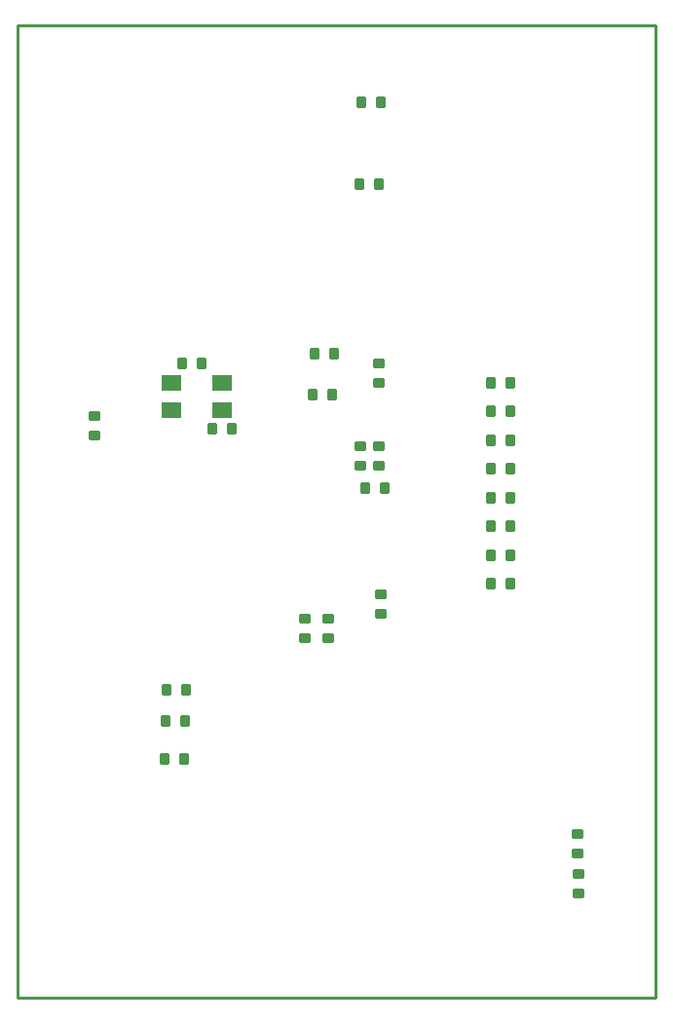
<source format=gbp>
G04 Layer_Color=128*
%FSLAX25Y25*%
%MOIN*%
G70*
G01*
G75*
%ADD15C,0.01000*%
G04:AMPARAMS|DCode=29|XSize=39.37mil|YSize=35.43mil|CornerRadius=4.43mil|HoleSize=0mil|Usage=FLASHONLY|Rotation=0.000|XOffset=0mil|YOffset=0mil|HoleType=Round|Shape=RoundedRectangle|*
%AMROUNDEDRECTD29*
21,1,0.03937,0.02657,0,0,0.0*
21,1,0.03051,0.03543,0,0,0.0*
1,1,0.00886,0.01526,-0.01329*
1,1,0.00886,-0.01526,-0.01329*
1,1,0.00886,-0.01526,0.01329*
1,1,0.00886,0.01526,0.01329*
%
%ADD29ROUNDEDRECTD29*%
G04:AMPARAMS|DCode=30|XSize=39.37mil|YSize=35.43mil|CornerRadius=4.43mil|HoleSize=0mil|Usage=FLASHONLY|Rotation=270.000|XOffset=0mil|YOffset=0mil|HoleType=Round|Shape=RoundedRectangle|*
%AMROUNDEDRECTD30*
21,1,0.03937,0.02657,0,0,270.0*
21,1,0.03051,0.03543,0,0,270.0*
1,1,0.00886,-0.01329,-0.01526*
1,1,0.00886,-0.01329,0.01526*
1,1,0.00886,0.01329,0.01526*
1,1,0.00886,0.01329,-0.01526*
%
%ADD30ROUNDEDRECTD30*%
%ADD31R,0.07087X0.05512*%
D15*
X275591Y482283D02*
X277559D01*
X275591Y149606D02*
Y482283D01*
Y149606D02*
X494094D01*
Y482283D01*
X277559D02*
X494094D01*
D29*
X399213Y360039D02*
D03*
Y366732D02*
D03*
X467400Y198954D02*
D03*
Y205646D02*
D03*
X467600Y185454D02*
D03*
Y192146D02*
D03*
X393000Y331854D02*
D03*
Y338546D02*
D03*
X399400Y331754D02*
D03*
Y338446D02*
D03*
X399800Y280954D02*
D03*
Y287646D02*
D03*
X374000Y272654D02*
D03*
Y279346D02*
D03*
X382000D02*
D03*
Y272654D02*
D03*
X302000Y342000D02*
D03*
Y348693D02*
D03*
D30*
X326254Y244400D02*
D03*
X332946D02*
D03*
X332746Y231300D02*
D03*
X326054D02*
D03*
X326454Y255200D02*
D03*
X333146D02*
D03*
X401346Y324000D02*
D03*
X394654D02*
D03*
X383346Y356000D02*
D03*
X376654D02*
D03*
X384000Y370000D02*
D03*
X377307D02*
D03*
X399346Y428000D02*
D03*
X392654D02*
D03*
X393307Y456000D02*
D03*
X400000D02*
D03*
X444291Y301181D02*
D03*
X437598D02*
D03*
X444291Y291339D02*
D03*
X437598D02*
D03*
X444291Y340551D02*
D03*
X437598D02*
D03*
X444291Y330709D02*
D03*
X437598D02*
D03*
X444291Y320866D02*
D03*
X437598D02*
D03*
X444291Y360236D02*
D03*
X437598D02*
D03*
X444291Y350394D02*
D03*
X437598D02*
D03*
X444291Y311024D02*
D03*
X437598D02*
D03*
X342154Y344500D02*
D03*
X348846D02*
D03*
X331954Y366900D02*
D03*
X338646D02*
D03*
D31*
X328239Y350676D02*
D03*
X345561D02*
D03*
Y360124D02*
D03*
X328239D02*
D03*
M02*

</source>
